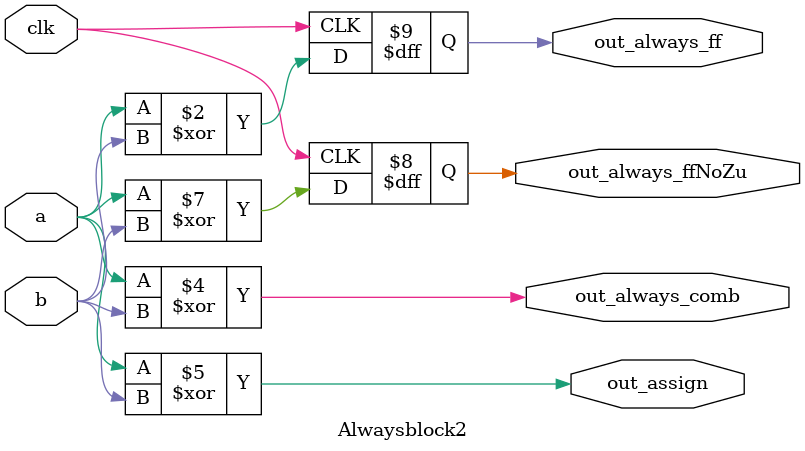
<source format=v>
`timescale 1ns / 1ps


module Alwaysblock2(
    input clk,
    input a,
    input b,
    output wire out_assign,
    output reg out_always_comb,
    output reg out_always_ff ,
	output reg out_always_ffNoZu 
    );
	
	always@(posedge clk)
		out_always_ff<=a^b;
	
	always@(*)
		out_always_comb=a^b;
	assign out_assign=a^b;
	always@(posedge clk)
		out_always_ffNoZu=a^b;	
endmodule

</source>
